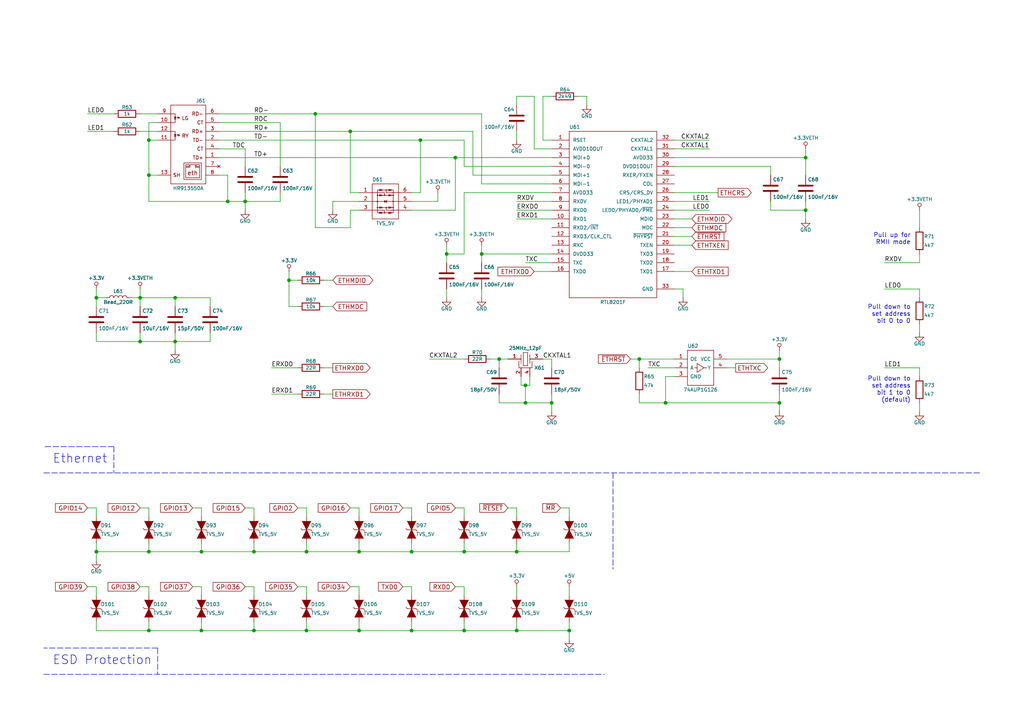
<source format=kicad_sch>
(kicad_sch (version 20211123) (generator eeschema)
  (paper "A4")
  (title_block (title "IOT ESP Ethernet") (date "2023-12-30") (rev "1") (company "Uysan"))
  (junction (at 193.04 116.84))
  (junction (at 43.18 160.02))
  (junction (at 134.62 160.02))
  (junction (at 139.7 73.66))
  (junction (at 226.06 116.84))
  (junction (at 226.06 104.14))
  (junction (at 119.38 160.02))
  (junction (at 104.14 160.02))
  (junction (at 149.86 160.02))
  (junction (at 119.38 182.88))
  (junction (at 121.92 40.64))
  (junction (at 66.04 58.42))
  (junction (at 233.68 60.96))
  (junction (at 50.8 99.06))
  (junction (at 83.82 81.28))
  (junction (at 43.18 40.64))
  (junction (at 91.44 33.02))
  (junction (at 40.64 99.06))
  (junction (at 50.8 86.36))
  (junction (at 43.18 182.88))
  (junction (at 129.54 73.66))
  (junction (at 27.94 86.36))
  (junction (at 88.9 182.88))
  (junction (at 152.4 116.84))
  (junction (at 43.18 50.8))
  (junction (at 160.02 116.84))
  (junction (at 185.42 104.14))
  (junction (at 152.4 111.76))
  (junction (at 71.12 58.42))
  (junction (at 27.94 160.02))
  (junction (at 40.64 86.36))
  (junction (at 104.14 182.88))
  (junction (at 73.66 160.02))
  (junction (at 58.42 182.88))
  (junction (at 144.78 104.14))
  (junction (at 58.42 160.02))
  (junction (at 132.08 45.72))
  (junction (at 233.68 45.72))
  (junction (at 149.86 182.88))
  (junction (at 134.62 182.88))
  (junction (at 101.6 38.1))
  (junction (at 88.9 160.02))
  (junction (at 73.66 182.88))
  (junction (at 165.1 182.88))
  (wire (pts (xy 134.62 40.64) (xy 134.62 48.26)))
  (wire (pts (xy 134.62 160.02) (xy 149.86 160.02)))
  (wire (pts (xy 101.6 60.96) (xy 101.6 66.04)))
  (wire (pts (xy 91.44 33.02) (xy 139.7 33.02)))
  (wire (pts (xy 73.66 160.02) (xy 88.9 160.02)))
  (wire (pts (xy 134.62 48.26) (xy 160.02 48.26)))
  (wire (pts (xy 43.18 170.18) (xy 43.18 172.72)))
  (wire (pts (xy 71.12 43.18) (xy 71.12 48.26)))
  (wire (pts (xy 149.86 58.42) (xy 160.02 58.42)))
  (wire (pts (xy 58.42 182.88) (xy 73.66 182.88)))
  (wire (pts (xy 132.08 60.96) (xy 132.08 45.72)))
  (wire (pts (xy 129.54 83.82) (xy 129.54 86.36)))
  (wire (pts (xy 96.52 58.42) (xy 104.14 58.42)))
  (wire (pts (xy 149.86 147.32) (xy 147.32 147.32)))
  (wire (pts (xy 58.42 180.34) (xy 58.42 182.88)))
  (wire (pts (xy 27.94 96.52) (xy 27.94 99.06)))
  (wire (pts (xy 153.67 111.76) (xy 153.67 109.22)))
  (polyline (pts (xy 12.7 195.58) (xy 175.26 195.58)))
  (wire (pts (xy 83.82 81.28) (xy 86.36 81.28)))
  (wire (pts (xy 195.58 43.18) (xy 205.74 43.18)))
  (wire (pts (xy 38.1 86.36) (xy 40.64 86.36)))
  (wire (pts (xy 144.78 104.14) (xy 147.32 104.14)))
  (wire (pts (xy 195.58 55.88) (xy 208.28 55.88)))
  (wire (pts (xy 266.7 60.96) (xy 266.7 66.04)))
  (wire (pts (xy 193.04 116.84) (xy 193.04 109.22)))
  (wire (pts (xy 134.62 180.34) (xy 134.62 182.88)))
  (wire (pts (xy 256.54 76.2) (xy 266.7 76.2)))
  (wire (pts (xy 40.64 170.18) (xy 43.18 170.18)))
  (wire (pts (xy 73.66 172.72) (xy 73.66 170.18)))
  (wire (pts (xy 233.68 58.42) (xy 233.68 60.96)))
  (wire (pts (xy 160.02 116.84) (xy 160.02 119.38)))
  (wire (pts (xy 43.18 160.02) (xy 27.94 160.02)))
  (wire (pts (xy 88.9 180.34) (xy 88.9 182.88)))
  (wire (pts (xy 60.96 86.36) (xy 60.96 88.9)))
  (wire (pts (xy 132.08 147.32) (xy 134.62 147.32)))
  (wire (pts (xy 104.14 147.32) (xy 101.6 147.32)))
  (wire (pts (xy 66.04 58.42) (xy 71.12 58.42)))
  (wire (pts (xy 149.86 182.88) (xy 165.1 182.88)))
  (wire (pts (xy 134.62 182.88) (xy 149.86 182.88)))
  (wire (pts (xy 25.4 147.32) (xy 27.94 147.32)))
  (wire (pts (xy 66.04 50.8) (xy 66.04 58.42)))
  (wire (pts (xy 149.86 160.02) (xy 165.1 160.02)))
  (wire (pts (xy 43.18 147.32) (xy 43.18 149.86)))
  (wire (pts (xy 119.38 157.48) (xy 119.38 160.02)))
  (wire (pts (xy 160.02 50.8) (xy 137.16 50.8)))
  (wire (pts (xy 43.18 35.56) (xy 43.18 40.64)))
  (wire (pts (xy 223.52 60.96) (xy 233.68 60.96)))
  (wire (pts (xy 134.62 55.88) (xy 134.62 73.66)))
  (wire (pts (xy 60.96 96.52) (xy 60.96 99.06)))
  (wire (pts (xy 88.9 147.32) (xy 86.36 147.32)))
  (wire (pts (xy 233.68 50.8) (xy 233.68 45.72)))
  (wire (pts (xy 43.18 160.02) (xy 58.42 160.02)))
  (wire (pts (xy 152.4 76.2) (xy 160.02 76.2)))
  (wire (pts (xy 139.7 73.66) (xy 160.02 73.66)))
  (wire (pts (xy 71.12 58.42) (xy 71.12 60.96)))
  (wire (pts (xy 195.58 68.58) (xy 200.66 68.58)))
  (wire (pts (xy 139.7 83.82) (xy 139.7 86.36)))
  (wire (pts (xy 83.82 81.28) (xy 83.82 88.9)))
  (wire (pts (xy 88.9 170.18) (xy 88.9 172.72)))
  (wire (pts (xy 185.42 104.14) (xy 185.42 106.68)))
  (wire (pts (xy 149.86 149.86) (xy 149.86 147.32)))
  (wire (pts (xy 165.1 182.88) (xy 165.1 185.42)))
  (wire (pts (xy 88.9 149.86) (xy 88.9 147.32)))
  (wire (pts (xy 50.8 99.06) (xy 50.8 96.52)))
  (wire (pts (xy 195.58 63.5) (xy 200.66 63.5)))
  (wire (pts (xy 73.66 157.48) (xy 73.66 160.02)))
  (wire (pts (xy 73.66 149.86) (xy 73.66 147.32)))
  (wire (pts (xy 81.28 55.88) (xy 81.28 58.42)))
  (wire (pts (xy 104.14 55.88) (xy 101.6 55.88)))
  (wire (pts (xy 139.7 73.66) (xy 139.7 76.2)))
  (polyline (pts (xy 177.8 137.16) (xy 177.8 165.1)))
  (wire (pts (xy 27.94 170.18) (xy 27.94 172.72)))
  (wire (pts (xy 165.1 147.32) (xy 162.56 147.32)))
  (wire (pts (xy 266.7 83.82) (xy 266.7 86.36)))
  (wire (pts (xy 63.5 38.1) (xy 101.6 38.1)))
  (wire (pts (xy 165.1 182.88) (xy 165.1 180.34)))
  (wire (pts (xy 165.1 170.18) (xy 165.1 172.72)))
  (wire (pts (xy 119.38 160.02) (xy 134.62 160.02)))
  (wire (pts (xy 27.94 160.02) (xy 27.94 157.48)))
  (wire (pts (xy 124.46 104.14) (xy 134.62 104.14)))
  (wire (pts (xy 93.98 81.28) (xy 96.52 81.28)))
  (wire (pts (xy 27.94 182.88) (xy 43.18 182.88)))
  (wire (pts (xy 40.64 86.36) (xy 40.64 88.9)))
  (wire (pts (xy 266.7 73.66) (xy 266.7 76.2)))
  (wire (pts (xy 226.06 116.84) (xy 193.04 116.84)))
  (wire (pts (xy 66.04 58.42) (xy 43.18 58.42)))
  (wire (pts (xy 151.13 111.76) (xy 152.4 111.76)))
  (wire (pts (xy 86.36 170.18) (xy 88.9 170.18)))
  (wire (pts (xy 256.54 106.68) (xy 266.7 106.68)))
  (wire (pts (xy 78.74 106.68) (xy 86.36 106.68)))
  (wire (pts (xy 144.78 116.84) (xy 152.4 116.84)))
  (wire (pts (xy 195.58 71.12) (xy 200.66 71.12)))
  (wire (pts (xy 137.16 38.1) (xy 137.16 50.8)))
  (wire (pts (xy 104.14 60.96) (xy 101.6 60.96)))
  (polyline (pts (xy 12.7 137.16) (xy 284.48 137.16)))
  (wire (pts (xy 27.94 170.18) (xy 25.4 170.18)))
  (polyline (pts (xy 33.02 129.54) (xy 33.02 137.16)))
  (wire (pts (xy 63.5 40.64) (xy 121.92 40.64)))
  (wire (pts (xy 73.66 182.88) (xy 88.9 182.88)))
  (wire (pts (xy 139.7 33.02) (xy 139.7 53.34)))
  (wire (pts (xy 134.62 147.32) (xy 134.62 149.86)))
  (wire (pts (xy 127 58.42) (xy 119.38 58.42)))
  (wire (pts (xy 149.86 63.5) (xy 160.02 63.5)))
  (wire (pts (xy 73.66 180.34) (xy 73.66 182.88)))
  (wire (pts (xy 78.74 114.3) (xy 86.36 114.3)))
  (wire (pts (xy 91.44 66.04) (xy 91.44 33.02)))
  (wire (pts (xy 119.38 147.32) (xy 116.84 147.32)))
  (wire (pts (xy 185.42 104.14) (xy 195.58 104.14)))
  (wire (pts (xy 233.68 60.96) (xy 233.68 63.5)))
  (wire (pts (xy 160.02 114.3) (xy 160.02 116.84)))
  (wire (pts (xy 58.42 157.48) (xy 58.42 160.02)))
  (wire (pts (xy 73.66 147.32) (xy 71.12 147.32)))
  (wire (pts (xy 134.62 55.88) (xy 160.02 55.88)))
  (wire (pts (xy 226.06 101.6) (xy 226.06 104.14)))
  (wire (pts (xy 157.48 40.64) (xy 160.02 40.64)))
  (wire (pts (xy 210.82 106.68) (xy 213.36 106.68)))
  (wire (pts (xy 83.82 78.74) (xy 83.82 81.28)))
  (wire (pts (xy 132.08 45.72) (xy 160.02 45.72)))
  (wire (pts (xy 104.14 149.86) (xy 104.14 147.32)))
  (wire (pts (xy 157.48 27.94) (xy 157.48 40.64)))
  (wire (pts (xy 40.64 147.32) (xy 43.18 147.32)))
  (wire (pts (xy 25.4 33.02) (xy 33.02 33.02)))
  (wire (pts (xy 63.5 35.56) (xy 81.28 35.56)))
  (wire (pts (xy 142.24 104.14) (xy 144.78 104.14)))
  (wire (pts (xy 104.14 157.48) (xy 104.14 160.02)))
  (wire (pts (xy 165.1 149.86) (xy 165.1 147.32)))
  (wire (pts (xy 149.86 157.48) (xy 149.86 160.02)))
  (wire (pts (xy 93.98 88.9) (xy 96.52 88.9)))
  (wire (pts (xy 129.54 73.66) (xy 134.62 73.66)))
  (wire (pts (xy 195.58 45.72) (xy 233.68 45.72)))
  (wire (pts (xy 160.02 43.18) (xy 154.94 43.18)))
  (wire (pts (xy 149.86 170.18) (xy 149.86 172.72)))
  (wire (pts (xy 43.18 182.88) (xy 58.42 182.88)))
  (wire (pts (xy 27.94 86.36) (xy 30.48 86.36)))
  (wire (pts (xy 58.42 160.02) (xy 73.66 160.02)))
  (wire (pts (xy 43.18 40.64) (xy 45.72 40.64)))
  (wire (pts (xy 154.94 43.18) (xy 154.94 27.94)))
  (wire (pts (xy 88.9 182.88) (xy 104.14 182.88)))
  (wire (pts (xy 152.4 116.84) (xy 160.02 116.84)))
  (wire (pts (xy 27.94 180.34) (xy 27.94 182.88)))
  (wire (pts (xy 127 55.88) (xy 127 58.42)))
  (wire (pts (xy 81.28 35.56) (xy 81.28 48.26)))
  (wire (pts (xy 86.36 88.9) (xy 83.82 88.9)))
  (wire (pts (xy 195.58 78.74) (xy 200.66 78.74)))
  (wire (pts (xy 165.1 160.02) (xy 165.1 157.48)))
  (polyline (pts (xy 45.72 187.96) (xy 12.7 187.96)))
  (wire (pts (xy 43.18 50.8) (xy 43.18 58.42)))
  (wire (pts (xy 226.06 116.84) (xy 226.06 119.38)))
  (wire (pts (xy 27.94 99.06) (xy 40.64 99.06)))
  (wire (pts (xy 121.92 40.64) (xy 134.62 40.64)))
  (wire (pts (xy 50.8 86.36) (xy 40.64 86.36)))
  (wire (pts (xy 50.8 86.36) (xy 60.96 86.36)))
  (wire (pts (xy 193.04 109.22) (xy 195.58 109.22)))
  (wire (pts (xy 233.68 43.18) (xy 233.68 45.72)))
  (wire (pts (xy 149.86 38.1) (xy 149.86 40.64)))
  (wire (pts (xy 151.13 109.22) (xy 151.13 111.76)))
  (wire (pts (xy 27.94 147.32) (xy 27.94 149.86)))
  (wire (pts (xy 40.64 96.52) (xy 40.64 99.06)))
  (wire (pts (xy 195.58 66.04) (xy 200.66 66.04)))
  (wire (pts (xy 149.86 60.96) (xy 160.02 60.96)))
  (wire (pts (xy 154.94 27.94) (xy 149.86 27.94)))
  (wire (pts (xy 132.08 170.18) (xy 134.62 170.18)))
  (wire (pts (xy 101.6 38.1) (xy 137.16 38.1)))
  (wire (pts (xy 119.38 170.18) (xy 119.38 172.72)))
  (wire (pts (xy 187.96 106.68) (xy 195.58 106.68)))
  (wire (pts (xy 266.7 106.68) (xy 266.7 109.22)))
  (wire (pts (xy 104.14 160.02) (xy 119.38 160.02)))
  (wire (pts (xy 71.12 58.42) (xy 81.28 58.42)))
  (wire (pts (xy 58.42 172.72) (xy 58.42 170.18)))
  (wire (pts (xy 40.64 83.82) (xy 40.64 86.36)))
  (wire (pts (xy 50.8 99.06) (xy 60.96 99.06)))
  (wire (pts (xy 104.14 182.88) (xy 119.38 182.88)))
  (polyline (pts (xy 33.02 129.54) (xy 12.7 129.54)))
  (wire (pts (xy 119.38 182.88) (xy 134.62 182.88)))
  (wire (pts (xy 27.94 86.36) (xy 27.94 88.9)))
  (wire (pts (xy 101.6 55.88) (xy 101.6 38.1)))
  (wire (pts (xy 195.58 60.96) (xy 205.74 60.96)))
  (wire (pts (xy 119.38 55.88) (xy 121.92 55.88)))
  (wire (pts (xy 93.98 114.3) (xy 96.52 114.3)))
  (wire (pts (xy 149.86 180.34) (xy 149.86 182.88)))
  (wire (pts (xy 149.86 27.94) (xy 149.86 30.48)))
  (wire (pts (xy 40.64 99.06) (xy 50.8 99.06)))
  (wire (pts (xy 119.38 60.96) (xy 132.08 60.96)))
  (wire (pts (xy 266.7 93.98) (xy 266.7 96.52)))
  (wire (pts (xy 160.02 104.14) (xy 160.02 106.68)))
  (wire (pts (xy 157.48 104.14) (xy 160.02 104.14)))
  (wire (pts (xy 58.42 170.18) (xy 55.88 170.18)))
  (wire (pts (xy 144.78 114.3) (xy 144.78 116.84)))
  (wire (pts (xy 134.62 170.18) (xy 134.62 172.72)))
  (wire (pts (xy 185.42 116.84) (xy 193.04 116.84)))
  (wire (pts (xy 195.58 40.64) (xy 205.74 40.64)))
  (wire (pts (xy 73.66 170.18) (xy 71.12 170.18)))
  (wire (pts (xy 170.18 30.48) (xy 170.18 27.94)))
  (wire (pts (xy 43.18 157.48) (xy 43.18 160.02)))
  (wire (pts (xy 43.18 35.56) (xy 45.72 35.56)))
  (wire (pts (xy 27.94 83.82) (xy 27.94 86.36)))
  (wire (pts (xy 121.92 55.88) (xy 121.92 40.64)))
  (wire (pts (xy 58.42 147.32) (xy 55.88 147.32)))
  (wire (pts (xy 104.14 170.18) (xy 104.14 172.72)))
  (wire (pts (xy 119.38 147.32) (xy 119.38 149.86)))
  (wire (pts (xy 266.7 116.84) (xy 266.7 119.38)))
  (wire (pts (xy 43.18 40.64) (xy 43.18 50.8)))
  (wire (pts (xy 152.4 116.84) (xy 152.4 111.76)))
  (wire (pts (xy 195.58 58.42) (xy 205.74 58.42)))
  (polyline (pts (xy 45.72 187.96) (xy 45.72 195.58)))
  (wire (pts (xy 226.06 104.14) (xy 226.06 106.68)))
  (wire (pts (xy 27.94 160.02) (xy 27.94 162.56)))
  (wire (pts (xy 223.52 48.26) (xy 223.52 50.8)))
  (wire (pts (xy 152.4 111.76) (xy 153.67 111.76)))
  (wire (pts (xy 25.4 38.1) (xy 33.02 38.1)))
  (wire (pts (xy 101.6 66.04) (xy 91.44 66.04)))
  (wire (pts (xy 119.38 180.34) (xy 119.38 182.88)))
  (wire (pts (xy 195.58 48.26) (xy 223.52 48.26)))
  (wire (pts (xy 50.8 99.06) (xy 50.8 101.6)))
  (wire (pts (xy 40.64 38.1) (xy 45.72 38.1)))
  (wire (pts (xy 182.88 104.14) (xy 185.42 104.14)))
  (wire (pts (xy 88.9 160.02) (xy 104.14 160.02)))
  (wire (pts (xy 63.5 43.18) (xy 71.12 43.18)))
  (wire (pts (xy 93.98 106.68) (xy 96.52 106.68)))
  (wire (pts (xy 226.06 114.3) (xy 226.06 116.84)))
  (wire (pts (xy 210.82 104.14) (xy 226.06 104.14)))
  (wire (pts (xy 88.9 157.48) (xy 88.9 160.02)))
  (wire (pts (xy 63.5 33.02) (xy 91.44 33.02)))
  (wire (pts (xy 71.12 55.88) (xy 71.12 58.42)))
  (wire (pts (xy 160.02 27.94) (xy 157.48 27.94)))
  (wire (pts (xy 129.54 73.66) (xy 129.54 76.2)))
  (wire (pts (xy 104.14 180.34) (xy 104.14 182.88)))
  (wire (pts (xy 58.42 149.86) (xy 58.42 147.32)))
  (wire (pts (xy 160.02 53.34) (xy 139.7 53.34)))
  (wire (pts (xy 134.62 157.48) (xy 134.62 160.02)))
  (wire (pts (xy 223.52 58.42) (xy 223.52 60.96)))
  (wire (pts (xy 256.54 83.82) (xy 266.7 83.82)))
  (wire (pts (xy 195.58 83.82) (xy 198.12 83.82)))
  (wire (pts (xy 43.18 180.34) (xy 43.18 182.88)))
  (wire (pts (xy 129.54 71.12) (xy 129.54 73.66)))
  (wire (pts (xy 40.64 33.02) (xy 45.72 33.02)))
  (wire (pts (xy 116.84 170.18) (xy 119.38 170.18)))
  (wire (pts (xy 185.42 114.3) (xy 185.42 116.84)))
  (wire (pts (xy 101.6 170.18) (xy 104.14 170.18)))
  (wire (pts (xy 167.64 27.94) (xy 170.18 27.94)))
  (wire (pts (xy 154.94 78.74) (xy 160.02 78.74)))
  (wire (pts (xy 139.7 71.12) (xy 139.7 73.66)))
  (wire (pts (xy 63.5 45.72) (xy 132.08 45.72)))
  (wire (pts (xy 198.12 86.36) (xy 198.12 83.82)))
  (wire (pts (xy 50.8 86.36) (xy 50.8 88.9)))
  (wire (pts (xy 144.78 104.14) (xy 144.78 106.68)))
  (wire (pts (xy 63.5 50.8) (xy 66.04 50.8)))
  (wire (pts (xy 45.72 50.8) (xy 43.18 50.8)))
  (wire (pts (xy 96.52 58.42) (xy 96.52 60.96)))
  (text "ESD Protection" (at 15.24 193.04 0) (effects (font (size 2.54 2.54)) (justify left bottom)))
  (text "Pull down to\nset address\nbit 0 to 0" (at 264.16 93.98 180) (effects (font (size 1.27 1.27)) (justify right bottom)))
  (text "Pull down to\nset address\nbit 1 to 0\n(default)" (at 264.16 116.84 180) (effects (font (size 1.27 1.27)) (justify right bottom)))
  (text "Pull up for\nRMII mode" (at 264.16 71.12 180) (effects (font (size 1.27 1.27)) (justify right bottom)))
  (text "Ethernet" (at 15.24 134.62 0) (effects (font (size 2.54 2.54)) (justify left bottom)))
  (label "ERXD1" (at 78.74 114.3 0))
  (label "CKXTAL1" (at 157.48 104.14 0))
  (label "TD-" (at 73.66 40.64 0))
  (label "LED1" (at 25.4 38.1 0))
  (label "ERXD0" (at 149.86 60.96 0))
  (label "RDC" (at 73.66 35.56 0))
  (label "ERXD0" (at 78.74 106.68 0))
  (label "TXC" (at 152.4 76.2 0))
  (label "RXDV" (at 256.54 76.2 0))
  (label "CKXTAL2" (at 124.46 104.14 0))
  (label "TXC" (at 187.96 106.68 0))
  (label "CKXTAL2" (at 205.74 40.64 180))
  (label "LED0" (at 205.74 60.96 180))
  (label "LED0" (at 25.4 33.02 0))
  (label "RXDV" (at 149.86 58.42 0))
  (label "LED1" (at 256.54 106.68 0))
  (label "CKXTAL1" (at 205.74 43.18 180))
  (label "LED1" (at 205.74 58.42 180))
  (label "RD-" (at 73.66 33.02 0))
  (label "RD+" (at 73.66 38.1 0))
  (label "ERXD1" (at 149.86 63.5 0))
  (label "TD+" (at 73.66 45.72 0))
  (label "LED0" (at 256.54 83.82 0))
  (label "TDC" (at 71.12 43.18 180))
  (global_label "ETHRXD0" (shape output) (at 96.52 106.68 0) (property "Intersheet References" "${INTERSHEET_REFS}" (effects hide)))
  (global_label "GPIO39" (shape input) (at 25.4 170.18 180) (property "Intersheet References" "${INTERSHEET_REFS}" (effects hide)))
  (global_label "GPIO16" (shape input) (at 101.6 147.32 180) (property "Intersheet References" "${INTERSHEET_REFS}" (effects hide)))
  (global_label "~{ETHRST}" (shape input) (at 182.88 104.14 180) (property "Intersheet References" "${INTERSHEET_REFS}" (effects hide)))
  (global_label "GPIO13" (shape input) (at 55.88 147.32 180) (property "Intersheet References" "${INTERSHEET_REFS}" (effects hide)))
  (global_label "GPIO35" (shape input) (at 86.36 170.18 180) (property "Intersheet References" "${INTERSHEET_REFS}" (effects hide)))
  (global_label "GPIO37" (shape input) (at 55.88 170.18 180) (property "Intersheet References" "${INTERSHEET_REFS}" (effects hide)))
  (global_label "ETHTXC" (shape output) (at 213.36 106.68 0) (property "Intersheet References" "${INTERSHEET_REFS}" (effects hide)))
  (global_label "ETHMDIO" (shape bidirectional) (at 200.66 63.5 0) (property "Intersheet References" "${INTERSHEET_REFS}" (effects hide)))
  (global_label "ETHRXD1" (shape output) (at 96.52 114.3 0) (property "Intersheet References" "${INTERSHEET_REFS}" (effects hide)))
  (global_label "ETHMDIO" (shape bidirectional) (at 96.52 81.28 0) (property "Intersheet References" "${INTERSHEET_REFS}" (effects hide)))
  (global_label "GPIO17" (shape input) (at 116.84 147.32 180) (property "Intersheet References" "${INTERSHEET_REFS}" (effects hide)))
  (global_label "GPIO36" (shape input) (at 71.12 170.18 180) (property "Intersheet References" "${INTERSHEET_REFS}" (effects hide)))
  (global_label "GPIO2" (shape input) (at 86.36 147.32 180) (property "Intersheet References" "${INTERSHEET_REFS}" (effects hide)))
  (global_label "TXD0" (shape input) (at 116.84 170.18 180) (property "Intersheet References" "${INTERSHEET_REFS}" (effects hide)))
  (global_label "ETHTXD1" (shape input) (at 200.66 78.74 0) (property "Intersheet References" "${INTERSHEET_REFS}" (effects hide)))
  (global_label "GPIO5" (shape input) (at 132.08 147.32 180) (property "Intersheet References" "${INTERSHEET_REFS}" (effects hide)))
  (global_label "GPIO15" (shape input) (at 71.12 147.32 180) (property "Intersheet References" "${INTERSHEET_REFS}" (effects hide)))
  (global_label "~{MR}" (shape input) (at 162.56 147.32 180) (property "Intersheet References" "${INTERSHEET_REFS}" (effects hide)))
  (global_label "~{RESET}" (shape input) (at 147.32 147.32 180) (property "Intersheet References" "${INTERSHEET_REFS}" (effects hide)))
  (global_label "ETHMDC" (shape input) (at 96.52 88.9 0) (property "Intersheet References" "${INTERSHEET_REFS}" (effects hide)))
  (global_label "ETHMDC" (shape input) (at 200.66 66.04 0) (property "Intersheet References" "${INTERSHEET_REFS}" (effects hide)))
  (global_label "RXD0" (shape input) (at 132.08 170.18 180) (property "Intersheet References" "${INTERSHEET_REFS}" (effects hide)))
  (global_label "~{ETHRST}" (shape input) (at 200.66 68.58 0) (property "Intersheet References" "${INTERSHEET_REFS}" (effects hide)))
  (global_label "GPIO12" (shape input) (at 40.64 147.32 180) (property "Intersheet References" "${INTERSHEET_REFS}" (effects hide)))
  (global_label "ETHCRS" (shape output) (at 208.28 55.88 0) (property "Intersheet References" "${INTERSHEET_REFS}" (effects hide)))
  (global_label "GPIO34" (shape input) (at 101.6 170.18 180) (property "Intersheet References" "${INTERSHEET_REFS}" (effects hide)))
  (global_label "GPIO14" (shape input) (at 25.4 147.32 180) (property "Intersheet References" "${INTERSHEET_REFS}" (effects hide)))
  (global_label "ETHTXD0" (shape input) (at 154.94 78.74 180) (property "Intersheet References" "${INTERSHEET_REFS}" (effects hide)))
  (global_label "GPIO38" (shape input) (at 40.64 170.18 180) (property "Intersheet References" "${INTERSHEET_REFS}" (effects hide)))
  (global_label "ETHTXEN" (shape input) (at 200.66 71.12 0) (property "Intersheet References" "${INTERSHEET_REFS}" (effects hide)))
  (symbol (lib_id "Celebi:resistor") (at 266.7 90.17 270) (mirror x) (unit 1)
    (property "Reference" "R72" (at 267.97 88.9 90) (effects (font (size 1.016 1.016)) (justify left)))
    (property "Value" "4k7" (at 267.97 91.44 90) (effects (font (size 1.016 1.016)) (justify left)))
    (property "Footprint" "Celebi:SM0402" (effects hide))
    (property "Datasheet" "https://www.yageo.com/upload/media/product/productsearch/datasheet/rchip/PYu-RC_Group_51_RoHS_L_12.pdf" (effects hide))
    (property "Tolerance" "1%" (effects hide))
    (property "Power" "1/16W" (effects hide))
    (property "Temperature" "-55+155°C" (effects hide))
    (property "Manufacturer" "Yageo" (effects hide))
    (property "PartNumber" "RC0402FR-074K7L" (effects hide))
    (property "Digikey" "311-4.7KLRCT-ND" (effects hide))
  )
  (symbol (lib_id "Celebi:resistor") (at 90.17 114.3 0) (unit 1)
    (property "Reference" "R69" (at 90.17 112.395 0) (effects (font (size 1.016 1.016))))
    (property "Value" "22R" (at 90.17 114.3 0) (effects (font (size 1.016 1.016))))
    (property "Footprint" "Celebi:SM0402" (effects hide))
    (property "Datasheet" "https://www.yageo.com/upload/media/product/productsearch/datasheet/rchip/PYu-RC_Group_51_RoHS_L_12.pdf" (effects hide))
    (property "Tolerance" "1%" (effects hide))
    (property "Power" "1/16W" (effects hide))
    (property "Temperature" "-55+155°C" (effects hide))
    (property "Manufacturer" "Yageo" (effects hide))
    (property "PartNumber" "RC0402FR-0722RL" (effects hide))
    (property "Digikey" "311-22.0LRCT-ND" (effects hide))
  )
  (symbol (lib_id "Celebi:RTL8201F") (at 177.8 62.23 0) (unit 1)
    (property "Reference" "U61" (at 165.1 36.83 0) (effects (font (size 1.016 1.016)) (justify left)))
    (property "Value" "RTL8201F" (at 177.8 87.63 0) (effects (font (size 1.016 1.016))))
    (property "Footprint" "Celebi:QFN32_5x5_P0.5_E3.35mm" (effects hide))
    (property "Datasheet" "https://www.semiee.com/file/Source10/REALTEK-RTL8201F-VB-CG.pdf" (effects hide))
    (property "Tolerance" "_" (effects hide))
    (property "Power" "_" (effects hide))
    (property "Temperature" "0+70°C" (effects hide))
    (property "Manufacturer" "Realtek" (effects hide))
    (property "PartNumber" "RTL8201F-VB-CG" (effects hide))
    (property "Digikey" "_" (effects hide))
  )
  (symbol (lib_id "Celebi:Diode-TVS_Bidirectional") (at 134.62 153.67 90) (unit 1)
    (property "Reference" "D98" (at 135.89 152.4 90) (effects (font (size 1.016 1.016)) (justify right)))
    (property "Value" "TVS_5V" (at 135.89 154.94 90) (effects (font (size 1.016 1.016)) (justify right)))
    (property "Footprint" "Celebi:DFN1006-2" (effects hide))
    (property "Datasheet" "https://en.leiditech.com/u_file/file/products/2212/16/1ac2f97961.pdf" (effects hide))
    (property "Tolerance" "_" (effects hide))
    (property "Power" "110W" (effects hide))
    (property "Temperature" "-55+150°C" (effects hide))
    (property "Manufacturer" "Leiditech" (effects hide))
    (property "PartNumber" "ULC0511CDN" (effects hide))
    (property "Digikey" "!490-12804-1-ND" (effects hide))
  )
  (symbol (lib_id "Celebi:resistor") (at 185.42 110.49 270) (unit 1)
    (property "Reference" "R65" (at 186.69 109.22 90) (effects (font (size 1.016 1.016)) (justify left)))
    (property "Value" "47k" (at 186.69 111.76 90) (effects (font (size 1.016 1.016)) (justify left)))
    (property "Footprint" "Celebi:SM0402" (effects hide))
    (property "Datasheet" "https://www.yageo.com/upload/media/product/productsearch/datasheet/rchip/PYu-RC_Group_51_RoHS_L_12.pdf" (effects hide))
    (property "Tolerance" "1%" (effects hide))
    (property "Power" "1/16W" (effects hide))
    (property "Temperature" "-55+155°C" (effects hide))
    (property "Manufacturer" "Yageo" (effects hide))
    (property "PartNumber" "RC0402FR-0747KL" (effects hide))
    (property "Digikey" "311-47.0KLRCT-ND" (effects hide))
  )
  (symbol (lib_id "Celebi:+3.3V") (at 83.82 78.74 0) (unit 1)
    (property "Reference" "#PWR0215" (effects hide))
    (property "Value" "+3.3V" (at 83.82 75.565 0) (effects (font (size 1.016 1.016))))
  )
  (symbol (lib_id "Celebi:Diode-TVS_Bidirectional") (at 119.38 153.67 90) (unit 1)
    (property "Reference" "D97" (at 120.65 152.4 90) (effects (font (size 1.016 1.016)) (justify right)))
    (property "Value" "TVS_5V" (at 120.65 154.94 90) (effects (font (size 1.016 1.016)) (justify right)))
    (property "Footprint" "Celebi:DFN1006-2" (effects hide))
    (property "Datasheet" "https://en.leiditech.com/u_file/file/products/2212/16/1ac2f97961.pdf" (effects hide))
    (property "Tolerance" "_" (effects hide))
    (property "Power" "110W" (effects hide))
    (property "Temperature" "-55+150°C" (effects hide))
    (property "Manufacturer" "Leiditech" (effects hide))
    (property "PartNumber" "ULC0511CDN" (effects hide))
    (property "Digikey" "!490-12804-1-ND" (effects hide))
  )
  (symbol (lib_id "Celebi:GND") (at 160.02 119.38 0) (unit 1)
    (property "Reference" "#PWR0198" (effects hide))
    (property "Value" "GND" (at 160.02 122.555 0) (effects (font (size 1.016 1.016))))
  )
  (symbol (lib_id "Celebi:resistor") (at 36.83 33.02 0) (unit 1)
    (property "Reference" "R63" (at 36.83 31.115 0) (effects (font (size 1.016 1.016))))
    (property "Value" "1k" (at 36.83 33.02 0) (effects (font (size 1.016 1.016))))
    (property "Footprint" "Celebi:SM0402" (effects hide))
    (property "Datasheet" "https://www.yageo.com/upload/media/product/productsearch/datasheet/rchip/PYu-RC_Group_51_RoHS_L_12.pdf" (effects hide))
    (property "Tolerance" "1%" (effects hide))
    (property "Power" "1/16W" (effects hide))
    (property "Temperature" "-55+155°C" (effects hide))
    (property "Manufacturer" "Yageo" (effects hide))
    (property "PartNumber" "RC0402FR-071KL" (effects hide))
    (property "Digikey" "311-1.00KLRCT-ND" (effects hide))
  )
  (symbol (lib_id "Celebi:capacitor") (at 233.68 54.61 270) (unit 1)
    (property "Reference" "C68" (at 234.315 52.07 90) (effects (font (size 1.016 1.016)) (justify left)))
    (property "Value" "100nF{slash}16V" (at 234.315 57.15 90) (effects (font (size 1.016 1.016)) (justify left)))
    (property "Footprint" "Celebi:SM0402C" (effects hide))
    (property "Datasheet" "http://weblib.samsungsem.com/mlcc/mlcc-ec-data-sheet.do?partNumber=CL05B104KO5NNN" (effects hide))
    (property "Tolerance" "10%" (effects hide))
    (property "Power" "_" (effects hide))
    (property "Temperature" "-55+125°C" (effects hide))
    (property "Manufacturer" "Samsung" (effects hide))
    (property "PartNumber" "CL05B104KO5NNNC" (effects hide))
    (property "Digikey" "1276-1001-1-ND" (effects hide))
  )
  (symbol (lib_id "Celebi:+3.3VETH") (at 266.7 60.96 0) (unit 1)
    (property "Reference" "#PWR0179" (effects hide))
    (property "Value" "+3.3VETH" (at 266.7 57.785 0) (effects (font (size 1.016 1.016))))
  )
  (symbol (lib_id "Celebi:Diode-TVS_Bidirectional") (at 58.42 176.53 90) (unit 1)
    (property "Reference" "D103" (at 59.69 175.26 90) (effects (font (size 1.016 1.016)) (justify right)))
    (property "Value" "TVS_5V" (at 59.69 177.8 90) (effects (font (size 1.016 1.016)) (justify right)))
    (property "Footprint" "Celebi:DFN1006-2" (effects hide))
    (property "Datasheet" "https://en.leiditech.com/u_file/file/products/2212/16/1ac2f97961.pdf" (effects hide))
    (property "Tolerance" "_" (effects hide))
    (property "Power" "110W" (effects hide))
    (property "Temperature" "-55+150°C" (effects hide))
    (property "Manufacturer" "Leiditech" (effects hide))
    (property "PartNumber" "ULC0511CDN" (effects hide))
    (property "Digikey" "!490-12804-1-ND" (effects hide))
  )
  (symbol (lib_id "Celebi:capacitor") (at 60.96 92.71 270) (unit 1)
    (property "Reference" "C74" (at 61.595 90.17 90) (effects (font (size 1.016 1.016)) (justify left)))
    (property "Value" "100nF{slash}16V" (at 61.595 95.25 90) (effects (font (size 1.016 1.016)) (justify left)))
    (property "Footprint" "Celebi:SM0402C" (effects hide))
    (property "Datasheet" "http://weblib.samsungsem.com/mlcc/mlcc-ec-data-sheet.do?partNumber=CL05B104KO5NNN" (effects hide))
    (property "Tolerance" "10%" (effects hide))
    (property "Power" "_" (effects hide))
    (property "Temperature" "-55+125°C" (effects hide))
    (property "Manufacturer" "Samsung" (effects hide))
    (property "PartNumber" "CL05B104KO5NNNC" (effects hide))
    (property "Digikey" "1276-1001-1-ND" (effects hide))
  )
  (symbol (lib_id "Celebi:Diode-TVS_Bidirectional") (at 88.9 176.53 90) (unit 1)
    (property "Reference" "D105" (at 90.17 175.26 90) (effects (font (size 1.016 1.016)) (justify right)))
    (property "Value" "TVS_5V" (at 90.17 177.8 90) (effects (font (size 1.016 1.016)) (justify right)))
    (property "Footprint" "Celebi:DFN1006-2" (effects hide))
    (property "Datasheet" "https://en.leiditech.com/u_file/file/products/2212/16/1ac2f97961.pdf" (effects hide))
    (property "Tolerance" "_" (effects hide))
    (property "Power" "110W" (effects hide))
    (property "Temperature" "-55+150°C" (effects hide))
    (property "Manufacturer" "Leiditech" (effects hide))
    (property "PartNumber" "ULC0511CDN" (effects hide))
    (property "Digikey" "!490-12804-1-ND" (effects hide))
  )
  (symbol (lib_id "Celebi:resistor") (at 163.83 27.94 0) (unit 1)
    (property "Reference" "R64" (at 163.83 26.035 0) (effects (font (size 1.016 1.016))))
    (property "Value" "2k49" (at 163.83 27.94 0) (effects (font (size 1.016 1.016))))
    (property "Footprint" "Celebi:SM0402" (effects hide))
    (property "Datasheet" "https://www.yageo.com/upload/media/product/productsearch/datasheet/rchip/PYu-RC_Group_51_RoHS_L_12.pdf" (effects hide))
    (property "Tolerance" "1%" (effects hide))
    (property "Power" "1/16W" (effects hide))
    (property "Temperature" "-55+155°C" (effects hide))
    (property "Manufacturer" "Yageo" (effects hide))
    (property "PartNumber" "RC0402FR-072K49L" (effects hide))
    (property "Digikey" "311-2.49KLRCT-ND" (effects hide))
  )
  (symbol (lib_id "Celebi:GND") (at 50.8 101.6 0) (unit 1)
    (property "Reference" "#PWR0212" (effects hide))
    (property "Value" "GND" (at 50.8 104.775 0) (effects (font (size 1.016 1.016))))
  )
  (symbol (lib_id "Celebi:Diode-TVS_Bidirectional") (at 165.1 176.53 90) (unit 1)
    (property "Reference" "D110" (at 166.37 175.26 90) (effects (font (size 1.016 1.016)) (justify right)))
    (property "Value" "TVS_5V" (at 166.37 177.8 90) (effects (font (size 1.016 1.016)) (justify right)))
    (property "Footprint" "Celebi:DFN1006-2" (effects hide))
    (property "Datasheet" "https://en.leiditech.com/u_file/file/products/2212/16/1ac2f97961.pdf" (effects hide))
    (property "Tolerance" "_" (effects hide))
    (property "Power" "110W" (effects hide))
    (property "Temperature" "-55+150°C" (effects hide))
    (property "Manufacturer" "Leiditech" (effects hide))
    (property "PartNumber" "ULC0511CDN" (effects hide))
    (property "Digikey" "!490-12804-1-ND" (effects hide))
  )
  (symbol (lib_id "Celebi:Diode-TVS_Bidirectional") (at 58.42 153.67 90) (unit 1)
    (property "Reference" "D93" (at 59.69 152.4 90) (effects (font (size 1.016 1.016)) (justify right)))
    (property "Value" "TVS_5V" (at 59.69 154.94 90) (effects (font (size 1.016 1.016)) (justify right)))
    (property "Footprint" "Celebi:DFN1006-2" (effects hide))
    (property "Datasheet" "https://en.leiditech.com/u_file/file/products/2212/16/1ac2f97961.pdf" (effects hide))
    (property "Tolerance" "_" (effects hide))
    (property "Power" "110W" (effects hide))
    (property "Temperature" "-55+150°C" (effects hide))
    (property "Manufacturer" "Leiditech" (effects hide))
    (property "PartNumber" "ULC0511CDN" (effects hide))
    (property "Digikey" "!490-12804-1-ND" (effects hide))
  )
  (symbol (lib_id "Celebi:Diode-TVS_Bidirectional") (at 165.1 153.67 90) (unit 1)
    (property "Reference" "D100" (at 166.37 152.4 90) (effects (font (size 1.016 1.016)) (justify right)))
    (property "Value" "TVS_5V" (at 166.37 154.94 90) (effects (font (size 1.016 1.016)) (justify right)))
    (property "Footprint" "Celebi:DFN1006-2" (effects hide))
    (property "Datasheet" "https://en.leiditech.com/u_file/file/products/2212/16/1ac2f97961.pdf" (effects hide))
    (property "Tolerance" "_" (effects hide))
    (property "Power" "110W" (effects hide))
    (property "Temperature" "-55+150°C" (effects hide))
    (property "Manufacturer" "Leiditech" (effects hide))
    (property "PartNumber" "ULC0511CDN" (effects hide))
    (property "Digikey" "!490-12804-1-ND" (effects hide))
  )
  (symbol (lib_id "Celebi:capacitor") (at 40.64 92.71 270) (unit 1)
    (property "Reference" "C72" (at 41.275 90.17 90) (effects (font (size 1.016 1.016)) (justify left)))
    (property "Value" "10uF/16V" (at 41.275 95.25 90) (effects (font (size 1.016 1.016)) (justify left)))
    (property "Footprint" "Celebi:SM0805C" (effects hide))
    (property "Datasheet" "http://weblib.samsungsem.com/mlcc/mlcc-ec-data-sheet.do?partNumber=CL21B106KOQNNN" (effects hide))
    (property "Tolerance" "10%" (effects hide))
    (property "Power" "_" (effects hide))
    (property "Temperature" "-55+125°C" (effects hide))
    (property "Manufacturer" "Samsung" (effects hide))
    (property "PartNumber" "CL21B106KOQNNNE" (effects hide))
    (property "Digikey" "1276-2872-1-ND" (effects hide))
  )
  (symbol (lib_id "Celebi:Diode-TVS_Bidirectional") (at 27.94 153.67 90) (unit 1)
    (property "Reference" "D91" (at 29.21 152.4 90) (effects (font (size 1.016 1.016)) (justify right)))
    (property "Value" "TVS_5V" (at 29.21 154.94 90) (effects (font (size 1.016 1.016)) (justify right)))
    (property "Footprint" "Celebi:DFN1006-2" (effects hide))
    (property "Datasheet" "https://en.leiditech.com/u_file/file/products/2212/16/1ac2f97961.pdf" (effects hide))
    (property "Tolerance" "_" (effects hide))
    (property "Power" "110W" (effects hide))
    (property "Temperature" "-55+150°C" (effects hide))
    (property "Manufacturer" "Leiditech" (effects hide))
    (property "PartNumber" "ULC0511CDN" (effects hide))
    (property "Digikey" "!490-12804-1-ND" (effects hide))
  )
  (symbol (lib_id "Celebi:GND") (at 96.52 60.96 0) (unit 1)
    (property "Reference" "#PWR0157" (effects hide))
    (property "Value" "GND" (at 96.52 64.135 0) (effects (font (size 1.016 1.016))))
  )
  (symbol (lib_id "Celebi:resistor") (at 90.17 81.28 0) (unit 1)
    (property "Reference" "R66" (at 90.17 79.375 0) (effects (font (size 1.016 1.016))))
    (property "Value" "10k" (at 90.17 81.28 0) (effects (font (size 1.016 1.016))))
    (property "Footprint" "Celebi:SM0402" (effects hide))
    (property "Datasheet" "https://www.yageo.com/upload/media/product/productsearch/datasheet/rchip/PYu-RC_Group_51_RoHS_L_12.pdf" (effects hide))
    (property "Tolerance" "1%" (effects hide))
    (property "Power" "1/16W" (effects hide))
    (property "Temperature" "-55+155°C" (effects hide))
    (property "Manufacturer" "Yageo" (effects hide))
    (property "PartNumber" "RC0402FR-0710KL" (effects hide))
    (property "Digikey" "311-10.0KLRCT-ND" (effects hide))
  )
  (symbol (lib_id "Celebi:Diode-TVS_Bidirectional") (at 119.38 176.53 90) (unit 1)
    (property "Reference" "D107" (at 120.65 175.26 90) (effects (font (size 1.016 1.016)) (justify right)))
    (property "Value" "TVS_5V" (at 120.65 177.8 90) (effects (font (size 1.016 1.016)) (justify right)))
    (property "Footprint" "Celebi:DFN1006-2" (effects hide))
    (property "Datasheet" "https://en.leiditech.com/u_file/file/products/2212/16/1ac2f97961.pdf" (effects hide))
    (property "Tolerance" "_" (effects hide))
    (property "Power" "110W" (effects hide))
    (property "Temperature" "-55+150°C" (effects hide))
    (property "Manufacturer" "Leiditech" (effects hide))
    (property "PartNumber" "ULC0511CDN" (effects hide))
    (property "Digikey" "!490-12804-1-ND" (effects hide))
  )
  (symbol (lib_id "Celebi:GND") (at 129.54 86.36 0) (unit 1)
    (property "Reference" "#PWR0223" (effects hide))
    (property "Value" "GND" (at 129.54 89.535 0) (effects (font (size 1.016 1.016))))
  )
  (symbol (lib_id "Celebi:GND") (at 71.12 60.96 0) (unit 1)
    (property "Reference" "#PWR0218" (effects hide))
    (property "Value" "GND" (at 71.12 64.135 0) (effects (font (size 1.016 1.016))))
  )
  (symbol (lib_id "Celebi:824015") (at 111.76 58.42 0) (unit 1)
    (property "Reference" "D61" (at 107.95 52.07 0) (effects (font (size 1.016 1.016)) (justify left)))
    (property "Value" "TVS_5V" (at 111.76 64.77 0) (effects (font (size 1.016 1.016))))
    (property "Footprint" "Celebi:SOT23-6L" (effects hide))
    (property "Datasheet" "https://en.leiditech.com/u_file/file/products/2212/13/392447b971.pdf" (effects hide))
    (property "Tolerance" "_" (effects hide))
    (property "Power" "350W" (effects hide))
    (property "Temperature" "-55+125°C" (effects hide))
    (property "Manufacturer" "Leiditech" (effects hide))
    (property "PartNumber" "USRV05-4" (effects hide))
    (property "Digikey" "!497-4492-1-ND" (effects hide))
  )
  (symbol (lib_id "Celebi:+3.3VETH") (at 127 55.88 0) (unit 1)
    (property "Reference" "#PWR0114" (effects hide))
    (property "Value" "+3.3VETH" (at 127 52.705 0) (effects (font (size 1.016 1.016))))
  )
  (symbol (lib_id "Celebi:capacitor") (at 81.28 52.07 270) (unit 1)
    (property "Reference" "C63" (at 81.915 49.53 90) (effects (font (size 1.016 1.016)) (justify left)))
    (property "Value" "100nF{slash}16V" (at 81.915 54.61 90) (effects (font (size 1.016 1.016)) (justify left)))
    (property "Footprint" "Celebi:SM0402C" (effects hide))
    (property "Datasheet" "http://weblib.samsungsem.com/mlcc/mlcc-ec-data-sheet.do?partNumber=CL05B104KO5NNN" (effects hide))
    (property "Tolerance" "10%" (effects hide))
    (property "Power" "_" (effects hide))
    (property "Temperature" "-55+125°C" (effects hide))
    (property "Manufacturer" "Samsung" (effects hide))
    (property "PartNumber" "CL05B104KO5NNNC" (effects hide))
    (property "Digikey" "1276-1001-1-ND" (effects hide))
  )
  (symbol (lib_id "Celebi:GND") (at 27.94 162.56 0) (unit 1)
    (property "Reference" "#PWR0123" (effects hide))
    (property "Value" "GND" (at 27.94 165.735 0) (effects (font (size 1.016 1.016))))
  )
  (symbol (lib_id "Celebi:capacitor") (at 160.02 110.49 270) (unit 1)
    (property "Reference" "C70" (at 160.655 107.95 90) (effects (font (size 1.016 1.016)) (justify left)))
    (property "Value" "18pF{slash}50V" (at 160.655 113.03 90) (effects (font (size 1.016 1.016)) (justify left)))
    (property "Footprint" "Celebi:SM0402C" (effects hide))
    (property "Datasheet" "https://www.yageo.com/en/Chart/Download/pdf/CC0402JRNPO9BN180" (effects hide))
    (property "Tolerance" "5%" (effects hide))
    (property "Power" "_" (effects hide))
    (property "Temperature" "-55+125°C" (effects hide))
    (property "Manufacturer" "Yageo" (effects hide))
    (property "PartNumber" "CC0402JRNPO9BN180" (effects hide))
    (property "Digikey" "311-1415-1-ND" (effects hide))
  )
  (symbol (lib_id "Celebi:Diode-TVS_Bidirectional") (at 134.62 176.53 90) (unit 1)
    (property "Reference" "D108" (at 135.89 175.26 90) (effects (font (size 1.016 1.016)) (justify right)))
    (property "Value" "TVS_5V" (at 135.89 177.8 90) (effects (font (size 1.016 1.016)) (justify right)))
    (property "Footprint" "Celebi:DFN1006-2" (effects hide))
    (property "Datasheet" "https://en.leiditech.com/u_file/file/products/2212/16/1ac2f97961.pdf" (effects hide))
    (property "Tolerance" "_" (effects hide))
    (property "Power" "110W" (effects hide))
    (property "Temperature" "-55+150°C" (effects hide))
    (property "Manufacturer" "Leiditech" (effects hide))
    (property "PartNumber" "ULC0511CDN" (effects hide))
    (property "Digikey" "!490-12804-1-ND" (effects hide))
  )
  (symbol (lib_id "Celebi:+3.3V") (at 149.86 170.18 0) (unit 1)
    (property "Reference" "#PWR0158" (effects hide))
    (property "Value" "+3.3V" (at 149.86 167.005 0) (effects (font (size 1.016 1.016))))
  )
  (symbol (lib_id "Celebi:Diode-TVS_Bidirectional") (at 149.86 153.67 90) (unit 1)
    (property "Reference" "D99" (at 151.13 152.4 90) (effects (font (size 1.016 1.016)) (justify right)))
    (property "Value" "TVS_5V" (at 151.13 154.94 90) (effects (font (size 1.016 1.016)) (justify right)))
    (property "Footprint" "Celebi:DFN1006-2" (effects hide))
    (property "Datasheet" "https://en.leiditech.com/u_file/file/products/2212/16/1ac2f97961.pdf" (effects hide))
    (property "Tolerance" "_" (effects hide))
    (property "Power" "110W" (effects hide))
    (property "Temperature" "-55+150°C" (effects hide))
    (property "Manufacturer" "Leiditech" (effects hide))
    (property "PartNumber" "ULC0511CDN" (effects hide))
    (property "Digikey" "!490-12804-1-ND" (effects hide))
  )
  (symbol (lib_id "Celebi:Diode-TVS_Bidirectional") (at 43.18 153.67 90) (unit 1)
    (property "Reference" "D92" (at 44.45 152.4 90) (effects (font (size 1.016 1.016)) (justify right)))
    (property "Value" "TVS_5V" (at 44.45 154.94 90) (effects (font (size 1.016 1.016)) (justify right)))
    (property "Footprint" "Celebi:DFN1006-2" (effects hide))
    (property "Datasheet" "https://en.leiditech.com/u_file/file/products/2212/16/1ac2f97961.pdf" (effects hide))
    (property "Tolerance" "_" (effects hide))
    (property "Power" "110W" (effects hide))
    (property "Temperature" "-55+150°C" (effects hide))
    (property "Manufacturer" "Leiditech" (effects hide))
    (property "PartNumber" "ULC0511CDN" (effects hide))
    (property "Digikey" "!490-12804-1-ND" (effects hide))
  )
  (symbol (lib_id "Celebi:GND") (at 266.7 96.52 0) (unit 1)
    (property "Reference" "#PWR0204" (effects hide))
    (property "Value" "GND" (at 266.7 99.695 0) (effects (font (size 1.016 1.016))))
  )
  (symbol (lib_id "Celebi:inductor") (at 34.29 86.36 0) (unit 1)
    (property "Reference" "L61" (at 34.29 84.455 0) (effects (font (size 1.016 1.016))))
    (property "Value" "Bead_220R" (at 34.29 87.63 0) (effects (font (size 1.016 1.016))))
    (property "Footprint" "Celebi:SM0402L" (effects hide))
    (property "Datasheet" "https://www.we-online.com/catalog/datasheet/742792780.pdf" (effects hide))
    (property "Tolerance" "25%" (effects hide))
    (property "Power" "0.3A" (effects hide))
    (property "Temperature" "-55+125°C" (effects hide))
    (property "Manufacturer" "Wurth" (effects hide))
    (property "PartNumber" "742792780" (effects hide))
    (property "Digikey" "732-1569-1-ND" (effects hide))
  )
  (symbol (lib_id "Celebi:capacitor") (at 129.54 80.01 270) (unit 1)
    (property "Reference" "C65" (at 130.175 77.47 90) (effects (font (size 1.016 1.016)) (justify left)))
    (property "Value" "100nF{slash}16V" (at 130.175 82.55 90) (effects (font (size 1.016 1.016)) (justify left)))
    (property "Footprint" "Celebi:SM0402C" (effects hide))
    (property "Datasheet" "http://weblib.samsungsem.com/mlcc/mlcc-ec-data-sheet.do?partNumber=CL05B104KO5NNN" (effects hide))
    (property "Tolerance" "10%" (effects hide))
    (property "Power" "_" (effects hide))
    (property "Temperature" "-55+125°C" (effects hide))
    (property "Manufacturer" "Samsung" (effects hide))
    (property "PartNumber" "CL05B104KO5NNNC" (effects hide))
    (property "Digikey" "1276-1001-1-ND" (effects hide))
  )
  (symbol (lib_id "Celebi:Diode-TVS_Bidirectional") (at 149.86 176.53 90) (unit 1)
    (property "Reference" "D109" (at 151.13 175.26 90) (effects (font (size 1.016 1.016)) (justify right)))
    (property "Value" "TVS_5V" (at 151.13 177.8 90) (effects (font (size 1.016 1.016)) (justify right)))
    (property "Footprint" "Celebi:DFN1006-2" (effects hide))
    (property "Datasheet" "https://en.leiditech.com/u_file/file/products/2212/16/1ac2f97961.pdf" (effects hide))
    (property "Tolerance" "_" (effects hide))
    (property "Power" "110W" (effects hide))
    (property "Temperature" "-55+150°C" (effects hide))
    (property "Manufacturer" "Leiditech" (effects hide))
    (property "PartNumber" "ULC0511CDN" (effects hide))
    (property "Digikey" "!490-12804-1-ND" (effects hide))
  )
  (symbol (lib_id "Celebi:Diode-TVS_Bidirectional") (at 104.14 153.67 90) (unit 1)
    (property "Reference" "D96" (at 105.41 152.4 90) (effects (font (size 1.016 1.016)) (justify right)))
    (property "Value" "TVS_5V" (at 105.41 154.94 90) (effects (font (size 1.016 1.016)) (justify right)))
    (property "Footprint" "Celebi:DFN1006-2" (effects hide))
    (property "Datasheet" "https://en.leiditech.com/u_file/file/products/2212/16/1ac2f97961.pdf" (effects hide))
    (property "Tolerance" "_" (effects hide))
    (property "Power" "110W" (effects hide))
    (property "Temperature" "-55+150°C" (effects hide))
    (property "Manufacturer" "Leiditech" (effects hide))
    (property "PartNumber" "ULC0511CDN" (effects hide))
    (property "Digikey" "!490-12804-1-ND" (effects hide))
  )
  (symbol (lib_id "Celebi:+3.3VETH") (at 40.64 83.82 0) (unit 1)
    (property "Reference" "#PWR0207" (effects hide))
    (property "Value" "+3.3VETH" (at 40.64 80.645 0) (effects (font (size 1.016 1.016))))
  )
  (symbol (lib_id "Celebi:Diode-TVS_Bidirectional") (at 88.9 153.67 90) (unit 1)
    (property "Reference" "D95" (at 90.17 152.4 90) (effects (font (size 1.016 1.016)) (justify right)))
    (property "Value" "TVS_5V" (at 90.17 154.94 90) (effects (font (size 1.016 1.016)) (justify right)))
    (property "Footprint" "Celebi:DFN1006-2" (effects hide))
    (property "Datasheet" "https://en.leiditech.com/u_file/file/products/2212/16/1ac2f97961.pdf" (effects hide))
    (property "Tolerance" "_" (effects hide))
    (property "Power" "110W" (effects hide))
    (property "Temperature" "-55+150°C" (effects hide))
    (property "Manufacturer" "Leiditech" (effects hide))
    (property "PartNumber" "ULC0511CDN" (effects hide))
    (property "Digikey" "!490-12804-1-ND" (effects hide))
  )
  (symbol (lib_id "Celebi:resistor") (at 36.83 38.1 0) (unit 1)
    (property "Reference" "R62" (at 36.83 36.195 0) (effects (font (size 1.016 1.016))))
    (property "Value" "1k" (at 36.83 38.1 0) (effects (font (size 1.016 1.016))))
    (property "Footprint" "Celebi:SM0402" (effects hide))
    (property "Datasheet" "https://www.yageo.com/upload/media/product/productsearch/datasheet/rchip/PYu-RC_Group_51_RoHS_L_12.pdf" (effects hide))
    (property "Tolerance" "1%" (effects hide))
    (property "Power" "1/16W" (effects hide))
    (property "Temperature" "-55+155°C" (effects hide))
    (property "Manufacturer" "Yageo" (effects hide))
    (property "PartNumber" "RC0402FR-071KL" (effects hide))
    (property "Digikey" "311-1.00KLRCT-ND" (effects hide))
  )
  (symbol (lib_id "Celebi:resistor") (at 138.43 104.14 0) (unit 1)
    (property "Reference" "R70" (at 138.43 102.235 0) (effects (font (size 1.016 1.016))))
    (property "Value" "22R" (at 138.43 104.14 0) (effects (font (size 1.016 1.016))))
    (property "Footprint" "Celebi:SM0402" (effects hide))
    (property "Datasheet" "https://www.yageo.com/upload/media/product/productsearch/datasheet/rchip/PYu-RC_Group_51_RoHS_L_12.pdf" (effects hide))
    (property "Tolerance" "1%" (effects hide))
    (property "Power" "1/16W" (effects hide))
    (property "Temperature" "-55+155°C" (effects hide))
    (property "Manufacturer" "Yageo" (effects hide))
    (property "PartNumber" "RC0402FR-0722RL" (effects hide))
    (property "Digikey" "311-22.0LRCT-ND" (effects hide))
  )
  (symbol (lib_id "Celebi:capacitor") (at 223.52 54.61 270) (unit 1)
    (property "Reference" "C67" (at 224.155 52.07 90) (effects (font (size 1.016 1.016)) (justify left)))
    (property "Value" "100nF{slash}16V" (at 224.155 57.15 90) (effects (font (size 1.016 1.016)) (justify left)))
    (property "Footprint" "Celebi:SM0402C" (effects hide))
    (property "Datasheet" "http://weblib.samsungsem.com/mlcc/mlcc-ec-data-sheet.do?partNumber=CL05B104KO5NNN" (effects hide))
    (property "Tolerance" "10%" (effects hide))
    (property "Power" "_" (effects hide))
    (property "Temperature" "-55+125°C" (effects hide))
    (property "Manufacturer" "Samsung" (effects hide))
    (property "PartNumber" "CL05B104KO5NNNC" (effects hide))
    (property "Digikey" "1276-1001-1-ND" (effects hide))
  )
  (symbol (lib_id "Celebi:CRYSTAL_4Pin_Mini_GND") (at 152.4 104.14 0) (unit 1)
    (property "Reference" "X61" (at 154.94 106.68 0) (effects (font (size 1.016 1.016)) (justify left)))
    (property "Value" "25MHz_12pF" (at 152.4 100.965 0) (effects (font (size 1.016 1.016))))
    (property "Footprint" "Celebi:xtal-3.2x2.5mm_4pin" (effects hide))
    (property "Datasheet" "https://datasheet.lcsc.com/lcsc/2306211559_huaxindianzi-CF4025M00012001_C7294570.pdf" (effects hide))
    (property "Tolerance" "10ppm" (effects hide))
    (property "Power" "_" (effects hide))
    (property "Temperature" "-30+85°C" (effects hide))
    (property "Manufacturer" "Huaxin" (effects hide))
    (property "PartNumber" "CF4025M00012001" (effects hide))
    (property "Digikey" "!2151-RH100-25.000-13-F-0715-EXT-TR-NS1CT-ND" (effects hide))
  )
  (symbol (lib_id "Celebi:GND") (at 149.86 40.64 0) (unit 1)
    (property "Reference" "#PWR0219" (effects hide))
    (property "Value" "GND" (at 149.86 43.815 0) (effects (font (size 1.016 1.016))))
  )
  (symbol (lib_id "Celebi:capacitor") (at 27.94 92.71 270) (unit 1)
    (property "Reference" "C71" (at 28.575 90.17 90) (effects (font (size 1.016 1.016)) (justify left)))
    (property "Value" "100nF{slash}16V" (at 28.575 95.25 90) (effects (font (size 1.016 1.016)) (justify left)))
    (property "Footprint" "Celebi:SM0402C" (effects hide))
    (property "Datasheet" "http://weblib.samsungsem.com/mlcc/mlcc-ec-data-sheet.do?partNumber=CL05B104KO5NNN" (effects hide))
    (property "Tolerance" "10%" (effects hide))
    (property "Power" "_" (effects hide))
    (property "Temperature" "-55+125°C" (effects hide))
    (property "Manufacturer" "Samsung" (effects hide))
    (property "PartNumber" "CL05B104KO5NNNC" (effects hide))
    (property "Digikey" "1276-1001-1-ND" (effects hide))
  )
  (symbol (lib_id "Celebi:resistor") (at 90.17 106.68 0) (unit 1)
    (property "Reference" "R68" (at 90.17 104.775 0) (effects (font (size 1.016 1.016))))
    (property "Value" "22R" (at 90.17 106.68 0) (effects (font (size 1.016 1.016))))
    (property "Footprint" "Celebi:SM0402" (effects hide))
    (property "Datasheet" "https://www.yageo.com/upload/media/product/productsearch/datasheet/rchip/PYu-RC_Group_51_RoHS_L_12.pdf" (effects hide))
    (property "Tolerance" "1%" (effects hide))
    (property "Power" "1/16W" (effects hide))
    (property "Temperature" "-55+155°C" (effects hide))
    (property "Manufacturer" "Yageo" (effects hide))
    (property "PartNumber" "RC0402FR-0722RL" (effects hide))
    (property "Digikey" "311-22.0LRCT-ND" (effects hide))
  )
  (symbol (lib_id "Celebi:capacitor") (at 226.06 110.49 270) (unit 1)
    (property "Reference" "C75" (at 226.695 107.95 90) (effects (font (size 1.016 1.016)) (justify left)))
    (property "Value" "100nF{slash}16V" (at 226.695 113.03 90) (effects (font (size 1.016 1.016)) (justify left)))
    (property "Footprint" "Celebi:SM0402C" (effects hide))
    (property "Datasheet" "http://weblib.samsungsem.com/mlcc/mlcc-ec-data-sheet.do?partNumber=CL05B104KO5NNN" (effects hide))
    (property "Tolerance" "10%" (effects hide))
    (property "Power" "_" (effects hide))
    (property "Temperature" "-55+125°C" (effects hide))
    (property "Manufacturer" "Samsung" (effects hide))
    (property "PartNumber" "CL05B104KO5NNNC" (effects hide))
    (property "Digikey" "1276-1001-1-ND" (effects hide))
  )
  (symbol (lib_id "Celebi:Diode-TVS_Bidirectional") (at 73.66 176.53 90) (unit 1)
    (property "Reference" "D104" (at 74.93 175.26 90) (effects (font (size 1.016 1.016)) (justify right)))
    (property "Value" "TVS_5V" (at 74.93 177.8 90) (effects (font (size 1.016 1.016)) (justify right)))
    (property "Footprint" "Celebi:DFN1006-2" (effects hide))
    (property "Datasheet" "https://en.leiditech.com/u_file/file/products/2212/16/1ac2f97961.pdf" (effects hide))
    (property "Tolerance" "_" (effects hide))
    (property "Power" "110W" (effects hide))
    (property "Temperature" "-55+150°C" (effects hide))
    (property "Manufacturer" "Leiditech" (effects hide))
    (property "PartNumber" "ULC0511CDN" (effects hide))
    (property "Digikey" "!490-12804-1-ND" (effects hide))
  )
  (symbol (lib_id "Celebi:capacitor") (at 144.78 110.49 90) (mirror x) (unit 1)
    (property "Reference" "C69" (at 144.145 107.95 90) (effects (font (size 1.016 1.016)) (justify left)))
    (property "Value" "18pF{slash}50V" (at 144.145 113.03 90) (effects (font (size 1.016 1.016)) (justify left)))
    (property "Footprint" "Celebi:SM0402C" (effects hide))
    (property "Datasheet" "https://www.yageo.com/en/Chart/Download/pdf/CC0402JRNPO9BN180" (effects hide))
    (property "Tolerance" "5%" (effects hide))
    (property "Power" "_" (effects hide))
    (property "Temperature" "-55+125°C" (effects hide))
    (property "Manufacturer" "Yageo" (effects hide))
    (property "PartNumber" "CC0402JRNPO9BN180" (effects hide))
    (property "Digikey" "311-1415-1-ND" (effects hide))
  )
  (symbol (lib_id "Celebi:GND") (at 226.06 119.38 0) (unit 1)
    (property "Reference" "#PWR0197" (effects hide))
    (property "Value" "GND" (at 226.06 122.555 0) (effects (font (size 1.016 1.016))))
  )
  (symbol (lib_id "Celebi:capacitor") (at 71.12 52.07 270) (unit 1)
    (property "Reference" "C62" (at 71.755 49.53 90) (effects (font (size 1.016 1.016)) (justify left)))
    (property "Value" "100nF{slash}16V" (at 71.755 54.61 90) (effects (font (size 1.016 1.016)) (justify left)))
    (property "Footprint" "Celebi:SM0402C" (effects hide))
    (property "Datasheet" "http://weblib.samsungsem.com/mlcc/mlcc-ec-data-sheet.do?partNumber=CL05B104KO5NNN" (effects hide))
    (property "Tolerance" "10%" (effects hide))
    (property "Power" "_" (effects hide))
    (property "Temperature" "-55+125°C" (effects hide))
    (property "Manufacturer" "Samsung" (effects hide))
    (property "PartNumber" "CL05B104KO5NNNC" (effects hide))
    (property "Digikey" "1276-1001-1-ND" (effects hide))
  )
  (symbol (lib_id "Celebi:capacitor") (at 149.86 34.29 90) (mirror x) (unit 1)
    (property "Reference" "C64" (at 149.225 31.75 90) (effects (font (size 1.016 1.016)) (justify left)))
    (property "Value" "100nF{slash}16V" (at 149.225 36.83 90) (effects (font (size 1.016 1.016)) (justify left)))
    (property "Footprint" "Celebi:SM0402C" (effects hide))
    (property "Datasheet" "http://weblib.samsungsem.com/mlcc/mlcc-ec-data-sheet.do?partNumber=CL05B104KO5NNN" (effects hide))
    (property "Tolerance" "10%" (effects hide))
    (property "Power" "_" (effects hide))
    (property "Temperature" "-55+125°C" (effects hide))
    (property "Manufacturer" "Samsung" (effects hide))
    (property "PartNumber" "CL05B104KO5NNNC" (effects hide))
    (property "Digikey" "1276-1001-1-ND" (effects hide))
  )
  (symbol (lib_id "Celebi:capacitor") (at 50.8 92.71 270) (unit 1)
    (property "Reference" "C73" (at 51.435 90.17 90) (effects (font (size 1.016 1.016)) (justify left)))
    (property "Value" "15pF{slash}50V" (at 51.435 95.25 90) (effects (font (size 1.016 1.016)) (justify left)))
    (property "Footprint" "Celebi:SM0402C" (effects hide))
    (property "Datasheet" "https://www.yageo.com/en/Chart/Download/pdf/CC0402JRNPO9BN150" (effects hide))
    (property "Tolerance" "5%" (effects hide))
    (property "Power" "_" (effects hide))
    (property "Temperature" "-55+125°C" (effects hide))
    (property "Manufacturer" "Yageo" (effects hide))
    (property "PartNumber" "CC0402JRNPO9BN150" (effects hide))
    (property "Digikey" "311-1017-1-ND" (effects hide))
  )
  (symbol (lib_id "Celebi:+3.3VETH") (at 139.7 71.12 0) (unit 1)
    (property "Reference" "#PWR0220" (effects hide))
    (property "Value" "+3.3VETH" (at 139.7 67.945 0) (effects (font (size 1.016 1.016))))
  )
  (symbol (lib_id "Celebi:+3.3VETH") (at 129.54 71.12 0) (unit 1)
    (property "Reference" "#PWR0117" (effects hide))
    (property "Value" "+3.3VETH" (at 129.54 67.945 0) (effects (font (size 1.016 1.016))))
  )
  (symbol (lib_id "Celebi:HR911105A") (at 54.61 41.91 0) (mirror y) (unit 1)
    (property "Reference" "J61" (at 59.69 29.21 0) (effects (font (size 1.016 1.016)) (justify left)))
    (property "Value" "HR913550A" (at 54.61 54.61 0) (effects (font (size 1.016 1.016))))
    (property "Footprint" "Celebi:eth-HR911105A" (effects hide))
    (property "Datasheet" "https://datasheet.lcsc.com/lcsc/1811141123_HANRUN-Zhongshan-HanRun-Elec-HR913550A_C163507.pdf" (effects hide))
    (property "Tolerance" "_" (effects hide))
    (property "Power" "_" (effects hide))
    (property "Temperature" "0+85°C" (effects hide))
    (property "Manufacturer" "Hanrun" (effects hide))
    (property "PartNumber" "HR913550A" (effects hide))
    (property "Digikey" "_" (effects hide))
  )
  (symbol (lib_id "Celebi:+3.3VETH") (at 233.68 43.18 0) (unit 1)
    (property "Reference" "#PWR0121" (effects hide))
    (property "Value" "+3.3VETH" (at 233.68 40.005 0) (effects (font (size 1.016 1.016))))
  )
  (symbol (lib_id "Celebi:+3.3V") (at 226.06 101.6 0) (unit 1)
    (property "Reference" "#PWR0161" (effects hide))
    (property "Value" "+3.3V" (at 226.06 98.425 0) (effects (font (size 1.016 1.016))))
  )
  (symbol (lib_id "Celebi:resistor") (at 266.7 113.03 270) (mirror x) (unit 1)
    (property "Reference" "R73" (at 267.97 111.76 90) (effects (font (size 1.016 1.016)) (justify left)))
    (property "Value" "4k7" (at 267.97 114.3 90) (effects (font (size 1.016 1.016)) (justify left)))
    (property "Footprint" "Celebi:SM0402" (effects hide))
    (property "Datasheet" "https://www.yageo.com/upload/media/product/productsearch/datasheet/rchip/PYu-RC_Group_51_RoHS_L_12.pdf" (effects hide))
    (property "Tolerance" "1%" (effects hide))
    (property "Power" "1/16W" (effects hide))
    (property "Temperature" "-55+155°C" (effects hide))
    (property "Manufacturer" "Yageo" (effects hide))
    (property "PartNumber" "RC0402FR-074K7L" (effects hide))
    (property "Digikey" "311-4.7KLRCT-ND" (effects hide))
  )
  (symbol (lib_id "Celebi:capacitor") (at 139.7 80.01 270) (unit 1)
    (property "Reference" "C66" (at 140.335 77.47 90) (effects (font (size 1.016 1.016)) (justify left)))
    (property "Value" "100nF{slash}16V" (at 140.335 82.55 90) (effects (font (size 1.016 1.016)) (justify left)))
    (property "Footprint" "Celebi:SM0402C" (effects hide))
    (property "Datasheet" "http://weblib.samsungsem.com/mlcc/mlcc-ec-data-sheet.do?partNumber=CL05B104KO5NNN" (effects hide))
    (property "Tolerance" "10%" (effects hide))
    (property "Power" "_" (effects hide))
    (property "Temperature" "-55+125°C" (effects hide))
    (property "Manufacturer" "Samsung" (effects hide))
    (property "PartNumber" "CL05B104KO5NNNC" (effects hide))
    (property "Digikey" "1276-1001-1-ND" (effects hide))
  )
  (symbol (lib_id "Celebi:GND") (at 198.12 86.36 0) (unit 1)
    (property "Reference" "#PWR0211" (effects hide))
    (property "Value" "GND" (at 198.12 89.535 0) (effects (font (size 1.016 1.016))))
  )
  (symbol (lib_id "Celebi:Diode-TVS_Bidirectional") (at 104.14 176.53 90) (unit 1)
    (property "Reference" "D106" (at 105.41 175.26 90) (effects (font (size 1.016 1.016)) (justify right)))
    (property "Value" "TVS_5V" (at 105.41 177.8 90) (effects (font (size 1.016 1.016)) (justify right)))
    (property "Footprint" "Celebi:DFN1006-2" (effects hide))
    (property "Datasheet" "https://en.leiditech.com/u_file/file/products/2212/16/1ac2f97961.pdf" (effects hide))
    (property "Tolerance" "_" (effects hide))
    (property "Power" "110W" (effects hide))
    (property "Temperature" "-55+150°C" (effects hide))
    (property "Manufacturer" "Leiditech" (effects hide))
    (property "PartNumber" "ULC0511CDN" (effects hide))
    (property "Digikey" "!490-12804-1-ND" (effects hide))
  )
  (symbol (lib_id "Celebi:resistor") (at 90.17 88.9 0) (unit 1)
    (property "Reference" "R67" (at 90.17 86.995 0) (effects (font (size 1.016 1.016))))
    (property "Value" "10k" (at 90.17 88.9 0) (effects (font (size 1.016 1.016))))
    (property "Footprint" "Celebi:SM0402" (effects hide))
    (property "Datasheet" "https://www.yageo.com/upload/media/product/productsearch/datasheet/rchip/PYu-RC_Group_51_RoHS_L_12.pdf" (effects hide))
    (property "Tolerance" "1%" (effects hide))
    (property "Power" "1/16W" (effects hide))
    (property "Temperature" "-55+155°C" (effects hide))
    (property "Manufacturer" "Yageo" (effects hide))
    (property "PartNumber" "RC0402FR-0710KL" (effects hide))
    (property "Digikey" "311-10.0KLRCT-ND" (effects hide))
  )
  (symbol (lib_id "Celebi:Diode-TVS_Bidirectional") (at 43.18 176.53 90) (unit 1)
    (property "Reference" "D102" (at 44.45 175.26 90) (effects (font (size 1.016 1.016)) (justify right)))
    (property "Value" "TVS_5V" (at 44.45 177.8 90) (effects (font (size 1.016 1.016)) (justify right)))
    (property "Footprint" "Celebi:DFN1006-2" (effects hide))
    (property "Datasheet" "https://en.leiditech.com/u_file/file/products/2212/16/1ac2f97961.pdf" (effects hide))
    (property "Tolerance" "_" (effects hide))
    (property "Power" "110W" (effects hide))
    (property "Temperature" "-55+150°C" (effects hide))
    (property "Manufacturer" "Leiditech" (effects hide))
    (property "PartNumber" "ULC0511CDN" (effects hide))
    (property "Digikey" "!490-12804-1-ND" (effects hide))
  )
  (symbol (lib_id "Celebi:GND") (at 165.1 185.42 0) (unit 1)
    (property "Reference" "#PWR0142" (effects hide))
    (property "Value" "GND" (at 165.1 188.595 0) (effects (font (size 1.016 1.016))))
  )
  (symbol (lib_id "Celebi:GND") (at 233.68 63.5 0) (unit 1)
    (property "Reference" "#PWR0209" (effects hide))
    (property "Value" "GND" (at 233.68 66.675 0) (effects (font (size 1.016 1.016))))
  )
  (symbol (lib_id "Celebi:GND") (at 139.7 86.36 0) (unit 1)
    (property "Reference" "#PWR0222" (effects hide))
    (property "Value" "GND" (at 139.7 89.535 0) (effects (font (size 1.016 1.016))))
  )
  (symbol (lib_id "Celebi:Diode-TVS_Bidirectional") (at 73.66 153.67 90) (unit 1)
    (property "Reference" "D94" (at 74.93 152.4 90) (effects (font (size 1.016 1.016)) (justify right)))
    (property "Value" "TVS_5V" (at 74.93 154.94 90) (effects (font (size 1.016 1.016)) (justify right)))
    (property "Footprint" "Celebi:DFN1006-2" (effects hide))
    (property "Datasheet" "https://en.leiditech.com/u_file/file/products/2212/16/1ac2f97961.pdf" (effects hide))
    (property "Tolerance" "_" (effects hide))
    (property "Power" "110W" (effects hide))
    (property "Temperature" "-55+150°C" (effects hide))
    (property "Manufacturer" "Leiditech" (effects hide))
    (property "PartNumber" "ULC0511CDN" (effects hide))
    (property "Digikey" "!490-12804-1-ND" (effects hide))
  )
  (symbol (lib_id "Celebi:GND") (at 170.18 30.48 0) (unit 1)
    (property "Reference" "#PWR0210" (effects hide))
    (property "Value" "GND" (at 170.18 33.655 0) (effects (font (size 1.016 1.016))))
  )
  (symbol (lib_id "Celebi:GND") (at 266.7 119.38 0) (unit 1)
    (property "Reference" "#PWR0159" (effects hide))
    (property "Value" "GND" (at 266.7 122.555 0) (effects (font (size 1.016 1.016))))
  )
  (symbol (lib_id "Celebi:Diode-TVS_Bidirectional") (at 27.94 176.53 90) (unit 1)
    (property "Reference" "D101" (at 29.21 175.26 90) (effects (font (size 1.016 1.016)) (justify right)))
    (property "Value" "TVS_5V" (at 29.21 177.8 90) (effects (font (size 1.016 1.016)) (justify right)))
    (property "Footprint" "Celebi:DFN1006-2" (effects hide))
    (property "Datasheet" "https://en.leiditech.com/u_file/file/products/2212/16/1ac2f97961.pdf" (effects hide))
    (property "Tolerance" "_" (effects hide))
    (property "Power" "110W" (effects hide))
    (property "Temperature" "-55+150°C" (effects hide))
    (property "Manufacturer" "Leiditech" (effects hide))
    (property "PartNumber" "ULC0511CDN" (effects hide))
    (property "Digikey" "!490-12804-1-ND" (effects hide))
  )
  (symbol (lib_id "Celebi:74LVC1G126") (at 203.2 106.68 0) (unit 1)
    (property "Reference" "U62" (at 199.39 100.33 0) (effects (font (size 1.016 1.016)) (justify left)))
    (property "Value" "74AUP1G126" (at 203.2 113.03 0) (effects (font (size 1.016 1.016))))
    (property "Footprint" "Celebi:SOT23-5L" (effects hide))
    (property "Datasheet" "https://www.ti.com/lit/ds/symlink/sn74aup1g126.pdf" (effects hide))
    (property "Tolerance" "_" (effects hide))
    (property "Power" "0.05A" (effects hide))
    (property "Temperature" "-40+125°C" (effects hide))
    (property "Manufacturer" "Texas_Instruments" (effects hide))
    (property "PartNumber" "SN74AUP1G126DBVR" (effects hide))
    (property "Digikey" "296-18005-1-ND" (effects hide))
  )
  (symbol (lib_id "Celebi:+5V") (at 165.1 170.18 0) (unit 1)
    (property "Reference" "#PWR0139" (effects hide))
    (property "Value" "+5V" (at 165.1 167.005 0) (effects (font (size 1.016 1.016))))
  )
  (symbol (lib_id "Celebi:+3.3V") (at 27.94 83.82 0) (unit 1)
    (property "Reference" "#PWR0206" (effects hide))
    (property "Value" "+3.3V" (at 27.94 80.645 0) (effects (font (size 1.016 1.016))))
  )
  (symbol (lib_id "Celebi:resistor") (at 266.7 69.85 270) (mirror x) (unit 1)
    (property "Reference" "R71" (at 267.97 68.58 90) (effects (font (size 1.016 1.016)) (justify left)))
    (property "Value" "4k7" (at 267.97 71.12 90) (effects (font (size 1.016 1.016)) (justify left)))
    (property "Footprint" "Celebi:SM0402" (effects hide))
    (property "Datasheet" "https://www.yageo.com/upload/media/product/productsearch/datasheet/rchip/PYu-RC_Group_51_RoHS_L_12.pdf" (effects hide))
    (property "Tolerance" "1%" (effects hide))
    (property "Power" "1/16W" (effects hide))
    (property "Temperature" "-55+155°C" (effects hide))
    (property "Manufacturer" "Yageo" (effects hide))
    (property "PartNumber" "RC0402FR-074K7L" (effects hide))
    (property "Digikey" "311-4.7KLRCT-ND" (effects hide))
  )
)
</source>
